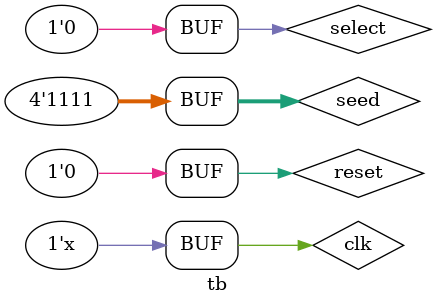
<source format=v>
`timescale 1ns / 1ps

module tb;

	// Inputs
	reg[3:0] seed=4'b1111;
	reg clk=1;
	reg reset=0;
	reg select=0;

	// Outputs
	wire[3:0] out;
	always #10 clk = ~clk;

	// Instantiate the Unit Under Test (UUT)
	linear_feedback_shift_register uut(
		.sel(select),
		.seed(seed),
		.clk(clk),
		.reset(reset),
		.w(out)
	);
	initial begin

      $monitor("out = %b %b %b %b",out[0],out[1],out[2],out[3]);
		reset = 1; 
		#10 reset = 0; 
		select=1;
		#10 select = 0; 
		
	end
      
endmodule


</source>
